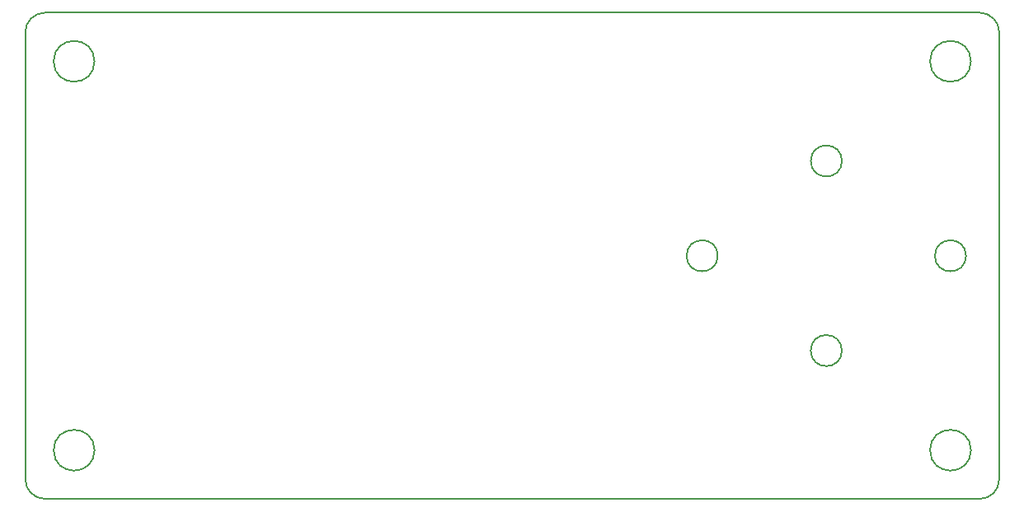
<source format=gbr>
%TF.GenerationSoftware,KiCad,Pcbnew,8.0.3-rc1*%
%TF.CreationDate,2024-06-29T16:34:32+08:00*%
%TF.ProjectId,MC_G431C8,4d435f47-3433-4314-9338-2e6b69636164,rev?*%
%TF.SameCoordinates,Original*%
%TF.FileFunction,Profile,NP*%
%FSLAX46Y46*%
G04 Gerber Fmt 4.6, Leading zero omitted, Abs format (unit mm)*
G04 Created by KiCad (PCBNEW 8.0.3-rc1) date 2024-06-29 16:34:32*
%MOMM*%
%LPD*%
G01*
G04 APERTURE LIST*
%TA.AperFunction,Profile*%
%ADD10C,0.200000*%
%TD*%
G04 APERTURE END LIST*
D10*
X176600000Y-85000000D02*
G75*
G02*
X173400000Y-85000000I-1600000J0D01*
G01*
X173400000Y-85000000D02*
G75*
G02*
X176600000Y-85000000I1600000J0D01*
G01*
X203499968Y-60000000D02*
G75*
G02*
X205499994Y-61995140I32J-2000000D01*
G01*
X105500000Y-62000139D02*
G75*
G02*
X107489298Y-59999930I2000200J39D01*
G01*
X205500000Y-108000039D02*
X205500000Y-61995140D01*
X202600000Y-105000000D02*
G75*
G02*
X198400000Y-105000000I-2100000J0D01*
G01*
X198400000Y-105000000D02*
G75*
G02*
X202600000Y-105000000I2100000J0D01*
G01*
X205500000Y-108000039D02*
G75*
G02*
X203500000Y-110000000I-2000000J39D01*
G01*
X107499968Y-110000000D02*
X203500000Y-110000000D01*
X189350000Y-75250000D02*
G75*
G02*
X186150000Y-75250000I-1600000J0D01*
G01*
X186150000Y-75250000D02*
G75*
G02*
X189350000Y-75250000I1600000J0D01*
G01*
X107499968Y-110000000D02*
G75*
G02*
X105500000Y-108000000I32J2000000D01*
G01*
X202100000Y-85000000D02*
G75*
G02*
X198900000Y-85000000I-1600000J0D01*
G01*
X198900000Y-85000000D02*
G75*
G02*
X202100000Y-85000000I1600000J0D01*
G01*
X112600000Y-105000000D02*
G75*
G02*
X108400000Y-105000000I-2100000J0D01*
G01*
X108400000Y-105000000D02*
G75*
G02*
X112600000Y-105000000I2100000J0D01*
G01*
X189350000Y-94750000D02*
G75*
G02*
X186150000Y-94750000I-1600000J0D01*
G01*
X186150000Y-94750000D02*
G75*
G02*
X189350000Y-94750000I1600000J0D01*
G01*
X203499968Y-60000000D02*
X107489298Y-60000000D01*
X105500000Y-62000139D02*
X105500000Y-108000000D01*
X112600000Y-65000000D02*
G75*
G02*
X108400000Y-65000000I-2100000J0D01*
G01*
X108400000Y-65000000D02*
G75*
G02*
X112600000Y-65000000I2100000J0D01*
G01*
X202600000Y-65000000D02*
G75*
G02*
X198400000Y-65000000I-2100000J0D01*
G01*
X198400000Y-65000000D02*
G75*
G02*
X202600000Y-65000000I2100000J0D01*
G01*
M02*

</source>
